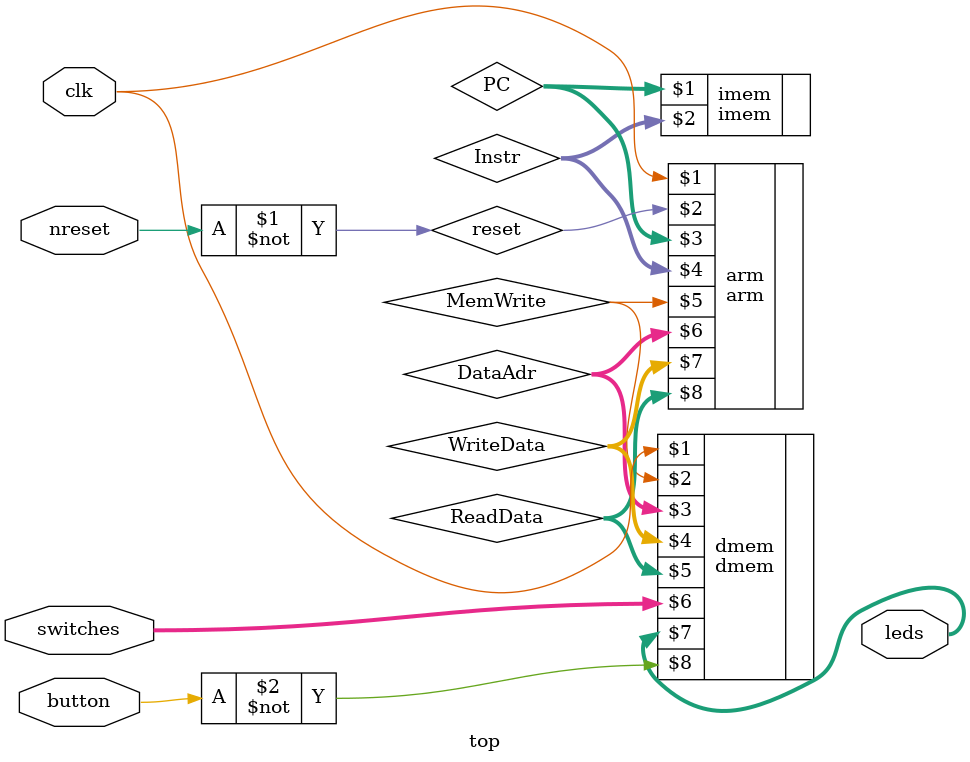
<source format=sv>
/*
 * This module is the TOP of the ARM single-cycle processor
 */ 
module top(input logic clk, nreset,
			  input logic [9:0] switches,
			  input logic button,
			  output logic [9:0] leds);

	// Internal signals
	logic reset;
	assign reset = ~nreset;
	logic [31:0] PC, Instr, ReadData;
	logic [31:0] WriteData, DataAdr;
	logic MemWrite;
	
	// Instantiate instruction memory
	imem imem(PC, Instr);

	// Instantiate data memory (RAM + peripherals)
	dmem dmem(clk, MemWrite, DataAdr, WriteData, ReadData, switches, leds, ~button);

	// Instantiate processor
	arm arm(clk, reset, PC, Instr, MemWrite, DataAdr, WriteData, ReadData);
endmodule
</source>
